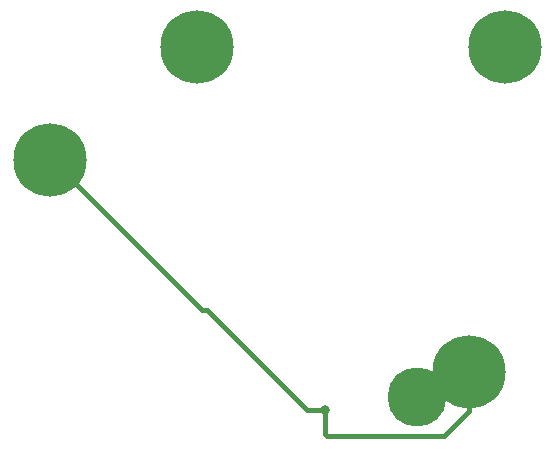
<source format=gbr>
G04 #@! TF.GenerationSoftware,KiCad,Pcbnew,8.0.8+dfsg-1*
G04 #@! TF.CreationDate,2025-03-16T16:56:24-04:00*
G04 #@! TF.ProjectId,RUST_Dialboard,52555354-5f44-4696-916c-626f6172642e,rev?*
G04 #@! TF.SameCoordinates,Original*
G04 #@! TF.FileFunction,Copper,L1,Top*
G04 #@! TF.FilePolarity,Positive*
%FSLAX46Y46*%
G04 Gerber Fmt 4.6, Leading zero omitted, Abs format (unit mm)*
G04 Created by KiCad (PCBNEW 8.0.8+dfsg-1) date 2025-03-16 16:56:24*
%MOMM*%
%LPD*%
G01*
G04 APERTURE LIST*
G04 #@! TA.AperFunction,ComponentPad*
%ADD10C,6.200000*%
G04 #@! TD*
G04 #@! TA.AperFunction,ComponentPad*
%ADD11C,5.000000*%
G04 #@! TD*
G04 #@! TA.AperFunction,ViaPad*
%ADD12C,0.800000*%
G04 #@! TD*
G04 #@! TA.AperFunction,Conductor*
%ADD13C,0.400000*%
G04 #@! TD*
G04 APERTURE END LIST*
D10*
G04 #@! TO.P,H2,1,1*
G04 #@! TO.N,/HALL_OUT*
X118292000Y-81180000D03*
G04 #@! TD*
G04 #@! TO.P,H1,1,1*
G04 #@! TO.N,/Vdd*
X130792000Y-71680000D03*
G04 #@! TD*
G04 #@! TO.P,H3,1,1*
G04 #@! TO.N,/HALL_OUT*
X153792000Y-99180000D03*
G04 #@! TD*
G04 #@! TO.P,H5,1,1*
G04 #@! TO.N,/GND*
X156792000Y-71680000D03*
G04 #@! TD*
D11*
G04 #@! TO.P,H4,1*
G04 #@! TO.N,N/C*
X149392000Y-101280000D03*
G04 #@! TD*
D12*
G04 #@! TO.N,/HALL_OUT*
X141592000Y-102380000D03*
G04 #@! TD*
D13*
G04 #@! TO.N,/HALL_OUT*
X141792000Y-104580000D02*
X151692000Y-104580000D01*
X141592000Y-102380000D02*
X140092000Y-102380000D01*
X131592000Y-93880000D02*
X131192000Y-93880000D01*
X141592000Y-104380000D02*
X141792000Y-104580000D01*
X151692000Y-104580000D02*
X153792000Y-102480000D01*
X131192000Y-93880000D02*
X118492000Y-81180000D01*
X153792000Y-102480000D02*
X153792000Y-99180000D01*
X118492000Y-81180000D02*
X118292000Y-81180000D01*
X140092000Y-102380000D02*
X131592000Y-93880000D01*
X141592000Y-102380000D02*
X141592000Y-104380000D01*
G04 #@! TD*
M02*

</source>
